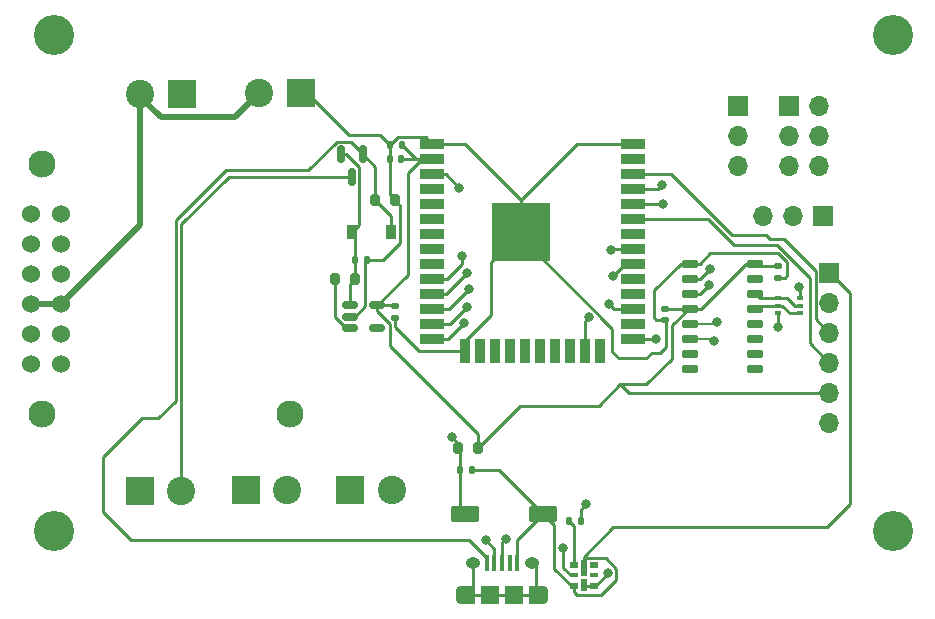
<source format=gbr>
%TF.GenerationSoftware,KiCad,Pcbnew,(6.0.0-0)*%
%TF.CreationDate,2022-09-01T13:13:11-04:00*%
%TF.ProjectId,Dome_Controller,446f6d65-5f43-46f6-9e74-726f6c6c6572,rev?*%
%TF.SameCoordinates,Original*%
%TF.FileFunction,Copper,L1,Top*%
%TF.FilePolarity,Positive*%
%FSLAX46Y46*%
G04 Gerber Fmt 4.6, Leading zero omitted, Abs format (unit mm)*
G04 Created by KiCad (PCBNEW (6.0.0-0)) date 2022-09-01 13:13:11*
%MOMM*%
%LPD*%
G01*
G04 APERTURE LIST*
G04 Aperture macros list*
%AMRoundRect*
0 Rectangle with rounded corners*
0 $1 Rounding radius*
0 $2 $3 $4 $5 $6 $7 $8 $9 X,Y pos of 4 corners*
0 Add a 4 corners polygon primitive as box body*
4,1,4,$2,$3,$4,$5,$6,$7,$8,$9,$2,$3,0*
0 Add four circle primitives for the rounded corners*
1,1,$1+$1,$2,$3*
1,1,$1+$1,$4,$5*
1,1,$1+$1,$6,$7*
1,1,$1+$1,$8,$9*
0 Add four rect primitives between the rounded corners*
20,1,$1+$1,$2,$3,$4,$5,0*
20,1,$1+$1,$4,$5,$6,$7,0*
20,1,$1+$1,$6,$7,$8,$9,0*
20,1,$1+$1,$8,$9,$2,$3,0*%
G04 Aperture macros list end*
%TA.AperFunction,ComponentPad*%
%ADD10R,2.400000X2.400000*%
%TD*%
%TA.AperFunction,ComponentPad*%
%ADD11C,2.400000*%
%TD*%
%TA.AperFunction,SMDPad,CuDef*%
%ADD12RoundRect,0.140000X-0.170000X0.140000X-0.170000X-0.140000X0.170000X-0.140000X0.170000X0.140000X0*%
%TD*%
%TA.AperFunction,SMDPad,CuDef*%
%ADD13RoundRect,0.200000X-0.200000X-0.275000X0.200000X-0.275000X0.200000X0.275000X-0.200000X0.275000X0*%
%TD*%
%TA.AperFunction,SMDPad,CuDef*%
%ADD14R,0.400000X1.350000*%
%TD*%
%TA.AperFunction,SMDPad,CuDef*%
%ADD15R,1.500000X1.550000*%
%TD*%
%TA.AperFunction,ComponentPad*%
%ADD16O,0.890000X1.550000*%
%TD*%
%TA.AperFunction,ComponentPad*%
%ADD17O,1.250000X0.950000*%
%TD*%
%TA.AperFunction,SMDPad,CuDef*%
%ADD18R,1.200000X1.550000*%
%TD*%
%TA.AperFunction,SMDPad,CuDef*%
%ADD19R,2.000000X0.900000*%
%TD*%
%TA.AperFunction,SMDPad,CuDef*%
%ADD20R,0.900000X2.000000*%
%TD*%
%TA.AperFunction,SMDPad,CuDef*%
%ADD21R,5.000000X5.000000*%
%TD*%
%TA.AperFunction,SMDPad,CuDef*%
%ADD22RoundRect,0.140000X0.140000X0.170000X-0.140000X0.170000X-0.140000X-0.170000X0.140000X-0.170000X0*%
%TD*%
%TA.AperFunction,SMDPad,CuDef*%
%ADD23RoundRect,0.083990X-1.126010X-0.556010X1.126010X-0.556010X1.126010X0.556010X-1.126010X0.556010X0*%
%TD*%
%TA.AperFunction,SMDPad,CuDef*%
%ADD24R,0.914400X1.219200*%
%TD*%
%TA.AperFunction,WasherPad*%
%ADD25C,3.400000*%
%TD*%
%TA.AperFunction,ComponentPad*%
%ADD26R,1.700000X1.700000*%
%TD*%
%TA.AperFunction,ComponentPad*%
%ADD27O,1.700000X1.700000*%
%TD*%
%TA.AperFunction,SMDPad,CuDef*%
%ADD28RoundRect,0.150000X-0.150000X0.587500X-0.150000X-0.587500X0.150000X-0.587500X0.150000X0.587500X0*%
%TD*%
%TA.AperFunction,SMDPad,CuDef*%
%ADD29R,0.800000X0.500000*%
%TD*%
%TA.AperFunction,SMDPad,CuDef*%
%ADD30R,0.500000X1.000000*%
%TD*%
%TA.AperFunction,SMDPad,CuDef*%
%ADD31R,0.800000X0.300000*%
%TD*%
%TA.AperFunction,SMDPad,CuDef*%
%ADD32R,0.500000X1.480000*%
%TD*%
%TA.AperFunction,ComponentPad*%
%ADD33C,1.524000*%
%TD*%
%TA.AperFunction,ComponentPad*%
%ADD34C,2.300000*%
%TD*%
%TA.AperFunction,SMDPad,CuDef*%
%ADD35RoundRect,0.135000X-0.135000X-0.185000X0.135000X-0.185000X0.135000X0.185000X-0.135000X0.185000X0*%
%TD*%
%TA.AperFunction,SMDPad,CuDef*%
%ADD36RoundRect,0.140000X-0.140000X-0.170000X0.140000X-0.170000X0.140000X0.170000X-0.140000X0.170000X0*%
%TD*%
%TA.AperFunction,SMDPad,CuDef*%
%ADD37R,0.500000X0.300000*%
%TD*%
%TA.AperFunction,SMDPad,CuDef*%
%ADD38RoundRect,0.049600X-0.605400X-0.260400X0.605400X-0.260400X0.605400X0.260400X-0.605400X0.260400X0*%
%TD*%
%TA.AperFunction,SMDPad,CuDef*%
%ADD39RoundRect,0.150000X-0.512500X-0.150000X0.512500X-0.150000X0.512500X0.150000X-0.512500X0.150000X0*%
%TD*%
%TA.AperFunction,SMDPad,CuDef*%
%ADD40RoundRect,0.200000X0.200000X0.275000X-0.200000X0.275000X-0.200000X-0.275000X0.200000X-0.275000X0*%
%TD*%
%TA.AperFunction,ViaPad*%
%ADD41C,0.800000*%
%TD*%
%TA.AperFunction,Conductor*%
%ADD42C,0.254000*%
%TD*%
%TA.AperFunction,Conductor*%
%ADD43C,0.250000*%
%TD*%
%TA.AperFunction,Conductor*%
%ADD44C,0.200000*%
%TD*%
%TA.AperFunction,Conductor*%
%ADD45C,0.500000*%
%TD*%
G04 APERTURE END LIST*
D10*
%TO.P,J5,1,Pin_1*%
%TO.N,GND*%
X87780000Y-66000000D03*
D11*
%TO.P,J5,2,Pin_2*%
%TO.N,+12V*%
X84280000Y-66000000D03*
%TD*%
D12*
%TO.P,C4,1*%
%TO.N,+3.3V*%
X138220000Y-80620000D03*
%TO.P,C4,2*%
%TO.N,GND*%
X138220000Y-81580000D03*
%TD*%
D10*
%TO.P,J8,1,Pin_1*%
%TO.N,GND*%
X93190000Y-99570000D03*
D11*
%TO.P,J8,2,Pin_2*%
%TO.N,+5V*%
X96690000Y-99570000D03*
%TD*%
D13*
%TO.P,R2,1*%
%TO.N,VBUS*%
X104165000Y-75030000D03*
%TO.P,R2,2*%
%TO.N,GND*%
X105815000Y-75030000D03*
%TD*%
%TO.P,R3,1*%
%TO.N,Net-(R3-Pad1)*%
X100755000Y-81700000D03*
%TO.P,R3,2*%
%TO.N,VIN*%
X102405000Y-81700000D03*
%TD*%
D14*
%TO.P,J1,1,VBUS*%
%TO.N,VBUS*%
X113600000Y-105750000D03*
%TO.P,J1,2,D-*%
%TO.N,D-*%
X114250000Y-105750000D03*
%TO.P,J1,3,D+*%
%TO.N,D+*%
X114900000Y-105750000D03*
%TO.P,J1,4,ID*%
%TO.N,unconnected-(J1-Pad4)*%
X115550000Y-105750000D03*
%TO.P,J1,5,GND*%
%TO.N,GND*%
X116200000Y-105750000D03*
D15*
%TO.P,J1,6,Shield*%
%TO.N,unconnected-(J1-Pad6)*%
X115900000Y-108450000D03*
D16*
X118400000Y-108450000D03*
D17*
X117400000Y-105750000D03*
D18*
X112000000Y-108450000D03*
D17*
X112400000Y-105750000D03*
D18*
X117800000Y-108450000D03*
D15*
X113900000Y-108450000D03*
D16*
X111400000Y-108450000D03*
%TD*%
D19*
%TO.P,U1,1,GND*%
%TO.N,GND*%
X108980000Y-70245000D03*
%TO.P,U1,2,3V3*%
%TO.N,+3.3V*%
X108980000Y-71515000D03*
%TO.P,U1,3,EN*%
%TO.N,RESET*%
X108980000Y-72785000D03*
%TO.P,U1,4,SENSOR_VP*%
%TO.N,unconnected-(U1-Pad4)*%
X108980000Y-74055000D03*
%TO.P,U1,5,SENSOR_VN*%
%TO.N,unconnected-(U1-Pad5)*%
X108980000Y-75325000D03*
%TO.P,U1,6,IO34*%
%TO.N,unconnected-(U1-Pad6)*%
X108980000Y-76595000D03*
%TO.P,U1,7,IO35*%
%TO.N,unconnected-(U1-Pad7)*%
X108980000Y-77865000D03*
%TO.P,U1,8,IO32*%
%TO.N,unconnected-(U1-Pad8)*%
X108980000Y-79135000D03*
%TO.P,U1,9,IO33*%
%TO.N,unconnected-(U1-Pad9)*%
X108980000Y-80405000D03*
%TO.P,U1,10,IO25*%
%TO.N,RX_RS*%
X108980000Y-81675000D03*
%TO.P,U1,11,IO26*%
%TO.N,TX_RS*%
X108980000Y-82945000D03*
%TO.P,U1,12,IO27*%
%TO.N,CL_D*%
X108980000Y-84215000D03*
%TO.P,U1,13,IO14*%
%TO.N,TX_FU*%
X108980000Y-85485000D03*
%TO.P,U1,14,IO12*%
%TO.N,RX_FU*%
X108980000Y-86755000D03*
D20*
%TO.P,U1,15,GND*%
%TO.N,GND*%
X111765000Y-87755000D03*
%TO.P,U1,16,IO13*%
%TO.N,unconnected-(U1-Pad16)*%
X113035000Y-87755000D03*
%TO.P,U1,17,SD2*%
%TO.N,unconnected-(U1-Pad17)*%
X114305000Y-87755000D03*
%TO.P,U1,18,SD3*%
%TO.N,unconnected-(U1-Pad18)*%
X115575000Y-87755000D03*
%TO.P,U1,19,CMD*%
%TO.N,unconnected-(U1-Pad19)*%
X116845000Y-87755000D03*
%TO.P,U1,20,CLK*%
%TO.N,unconnected-(U1-Pad20)*%
X118115000Y-87755000D03*
%TO.P,U1,21,SD0*%
%TO.N,unconnected-(U1-Pad21)*%
X119385000Y-87755000D03*
%TO.P,U1,22,SD1*%
%TO.N,unconnected-(U1-Pad22)*%
X120655000Y-87755000D03*
%TO.P,U1,23,IO15*%
%TO.N,RX_HP*%
X121925000Y-87755000D03*
%TO.P,U1,24,IO2*%
%TO.N,unconnected-(U1-Pad24)*%
X123195000Y-87755000D03*
D19*
%TO.P,U1,25,IO0*%
%TO.N,GPIO0*%
X125980000Y-86755000D03*
%TO.P,U1,26,IO4*%
%TO.N,unconnected-(U1-Pad26)*%
X125980000Y-85485000D03*
%TO.P,U1,27,IO16*%
%TO.N,TX_HP*%
X125980000Y-84215000D03*
%TO.P,U1,28,IO17*%
%TO.N,unconnected-(U1-Pad28)*%
X125980000Y-82945000D03*
%TO.P,U1,29,IO5*%
%TO.N,unconnected-(U1-Pad29)*%
X125980000Y-81675000D03*
%TO.P,U1,30,IO18*%
%TO.N,ST_LED_D*%
X125980000Y-80405000D03*
%TO.P,U1,31,IO19*%
%TO.N,ST_LED_C*%
X125980000Y-79135000D03*
%TO.P,U1,32,NC*%
%TO.N,unconnected-(U1-Pad32)*%
X125980000Y-77865000D03*
%TO.P,U1,33,IO21*%
%TO.N,SDA*%
X125980000Y-76595000D03*
%TO.P,U1,34,RXD0*%
%TO.N,TXD0*%
X125980000Y-75325000D03*
%TO.P,U1,35,TXD0*%
%TO.N,RXD0*%
X125980000Y-74055000D03*
%TO.P,U1,36,IO22*%
%TO.N,SCL*%
X125980000Y-72785000D03*
%TO.P,U1,37,IO23*%
%TO.N,unconnected-(U1-Pad37)*%
X125980000Y-71515000D03*
%TO.P,U1,38,GND*%
%TO.N,GND*%
X125980000Y-70245000D03*
D21*
%TO.P,U1,39,GND*%
X116480000Y-77745000D03*
%TD*%
D22*
%TO.P,C3,1*%
%TO.N,+3.3V*%
X106350000Y-71550000D03*
%TO.P,C3,2*%
%TO.N,GND*%
X105390000Y-71550000D03*
%TD*%
%TO.P,C5,1*%
%TO.N,GND*%
X103440000Y-80110000D03*
%TO.P,C5,2*%
%TO.N,VIN*%
X102480000Y-80110000D03*
%TD*%
D10*
%TO.P,J9,1,Pin_1*%
%TO.N,GND*%
X102060000Y-99570000D03*
D11*
%TO.P,J9,2,Pin_2*%
%TO.N,+5V*%
X105560000Y-99570000D03*
%TD*%
D22*
%TO.P,C2,1*%
%TO.N,+3.3V*%
X106390000Y-70320000D03*
%TO.P,C2,2*%
%TO.N,GND*%
X105430000Y-70320000D03*
%TD*%
D23*
%TO.P,SW1,1,1*%
%TO.N,GND*%
X118375000Y-101600000D03*
%TO.P,SW1,2,2*%
%TO.N,RESET*%
X111795000Y-101600000D03*
%TD*%
D12*
%TO.P,C7,1*%
%TO.N,+3.3V*%
X105870000Y-83990000D03*
%TO.P,C7,2*%
%TO.N,GND*%
X105870000Y-84950000D03*
%TD*%
D24*
%TO.P,CR1,A,A*%
%TO.N,VBUS*%
X105476800Y-77738500D03*
%TO.P,CR1,C,C*%
%TO.N,VIN*%
X102200200Y-77738500D03*
%TD*%
D25*
%TO.P,REF\u002A\u002A,*%
%TO.N,*%
X77000000Y-61000000D03*
%TD*%
D26*
%TO.P,J3,1,Pin_1*%
%TO.N,GND*%
X139210000Y-67040000D03*
D27*
%TO.P,J3,2,Pin_2*%
X141750000Y-67040000D03*
%TO.P,J3,3,Pin_3*%
%TO.N,RX_RS*%
X139210000Y-69580000D03*
%TO.P,J3,4,Pin_4*%
%TO.N,RX_HP*%
X141750000Y-69580000D03*
%TO.P,J3,5,Pin_5*%
%TO.N,TX_RS*%
X139210000Y-72120000D03*
%TO.P,J3,6,Pin_6*%
%TO.N,TX_HP*%
X141750000Y-72120000D03*
%TD*%
D28*
%TO.P,U2,1,1*%
%TO.N,VBUS*%
X103130000Y-71142500D03*
%TO.P,U2,2,2*%
%TO.N,VIN*%
X101230000Y-71142500D03*
%TO.P,U2,3,3*%
%TO.N,+5V*%
X102180000Y-73017500D03*
%TD*%
D25*
%TO.P,REF\u002A\u002A,*%
%TO.N,*%
X77000000Y-103000000D03*
%TD*%
D26*
%TO.P,J2,1,Pin_1*%
%TO.N,GND*%
X142610000Y-81150000D03*
D27*
%TO.P,J2,2,Pin_2*%
%TO.N,unconnected-(J2-Pad2)*%
X142610000Y-83690000D03*
%TO.P,J2,3,Pin_3*%
%TO.N,SCL*%
X142610000Y-86230000D03*
%TO.P,J2,4,Pin_4*%
%TO.N,SDA*%
X142610000Y-88770000D03*
%TO.P,J2,5,Pin_5*%
%TO.N,+3.3V*%
X142610000Y-91310000D03*
%TO.P,J2,6,Pin_6*%
%TO.N,+5V*%
X142610000Y-93850000D03*
%TD*%
D12*
%TO.P,C6,1*%
%TO.N,+3.3V*%
X128680000Y-84190000D03*
%TO.P,C6,2*%
%TO.N,GND*%
X128680000Y-85150000D03*
%TD*%
D29*
%TO.P,D1,1,VDD*%
%TO.N,+3.3V*%
X122650000Y-107670000D03*
D30*
X121800000Y-107600000D03*
D31*
%TO.P,D1,2,CKO*%
%TO.N,unconnected-(D1-Pad2)*%
X122650000Y-106770000D03*
D29*
%TO.P,D1,3,SDO*%
%TO.N,unconnected-(D1-Pad3)*%
X122650000Y-105870000D03*
%TO.P,D1,4,SDI*%
%TO.N,Net-(D1-Pad4)*%
X120950000Y-105870000D03*
D31*
%TO.P,D1,5,CKI*%
%TO.N,ST_LED_C*%
X120950000Y-106770000D03*
D32*
%TO.P,D1,6,GND*%
%TO.N,GND*%
X121800000Y-106180000D03*
D29*
X120950000Y-107670000D03*
%TD*%
D25*
%TO.P,REF\u002A\u002A,*%
%TO.N,*%
X148000000Y-103000000D03*
%TD*%
D26*
%TO.P,J4,1,Pin_1*%
%TO.N,GND*%
X142050000Y-76320000D03*
D27*
%TO.P,J4,2,Pin_2*%
%TO.N,+5V*%
X139510000Y-76320000D03*
%TO.P,J4,3,Pin_3*%
%TO.N,CL_D*%
X136970000Y-76320000D03*
%TD*%
D25*
%TO.P,REF\u002A\u002A,*%
%TO.N,*%
X148000000Y-61000000D03*
%TD*%
D26*
%TO.P,J10,1,Pin_1*%
%TO.N,GND*%
X134870000Y-67020000D03*
D27*
%TO.P,J10,2,Pin_2*%
%TO.N,RX_FU*%
X134870000Y-69560000D03*
%TO.P,J10,3,Pin_3*%
%TO.N,TX_FU*%
X134870000Y-72100000D03*
%TD*%
D10*
%TO.P,J7,1,Pin_1*%
%TO.N,GND*%
X84230000Y-99650000D03*
D11*
%TO.P,J7,2,Pin_2*%
%TO.N,+5V*%
X87730000Y-99650000D03*
%TD*%
D33*
%TO.P,U6,1,VOUT*%
%TO.N,+5V*%
X75035000Y-76185000D03*
%TO.P,U6,2,GND*%
%TO.N,GND*%
X75035000Y-78725000D03*
%TO.P,U6,3,GND*%
X75035000Y-81265000D03*
%TO.P,U6,4,VIN*%
%TO.N,+12V*%
X75035000Y-83805000D03*
%TO.P,U6,5,VRP*%
%TO.N,unconnected-(U6-Pad5)*%
X75035000Y-86345000D03*
%TO.P,U6,6,EN*%
%TO.N,unconnected-(U6-Pad6)*%
X75035000Y-88885000D03*
%TO.P,U6,7,PG*%
%TO.N,unconnected-(U6-Pad7)*%
X77575000Y-88885000D03*
%TO.P,U6,8,VRP*%
%TO.N,unconnected-(U6-Pad8)*%
X77575000Y-86345000D03*
%TO.P,U6,9,VIN*%
%TO.N,+12V*%
X77575000Y-83805000D03*
%TO.P,U6,10,GND*%
%TO.N,GND*%
X77575000Y-81265000D03*
%TO.P,U6,11,GND*%
X77575000Y-78725000D03*
%TO.P,U6,12,VOUT*%
%TO.N,+5V*%
X77575000Y-76185000D03*
D34*
%TO.P,U6,13*%
%TO.N,N/C*%
X75965000Y-71935000D03*
%TO.P,U6,14*%
X75965000Y-93135000D03*
%TO.P,U6,15*%
X96965000Y-93135000D03*
%TD*%
D35*
%TO.P,R4,1*%
%TO.N,Net-(D1-Pad4)*%
X120550000Y-102200000D03*
%TO.P,R4,2*%
%TO.N,ST_LED_D*%
X121570000Y-102200000D03*
%TD*%
D36*
%TO.P,C1,1*%
%TO.N,RESET*%
X111350000Y-97870000D03*
%TO.P,C1,2*%
%TO.N,GND*%
X112310000Y-97870000D03*
%TD*%
D37*
%TO.P,U5,1*%
%TO.N,RTS*%
X138230000Y-83295800D03*
%TO.P,U5,2*%
%TO.N,DTR*%
X138230000Y-83945800D03*
%TO.P,U5,3*%
%TO.N,GPIO0*%
X138230000Y-84595800D03*
%TO.P,U5,4*%
%TO.N,DTR*%
X140080000Y-84595800D03*
%TO.P,U5,5*%
%TO.N,RTS*%
X140080000Y-83945800D03*
%TO.P,U5,6*%
%TO.N,RESET*%
X140080000Y-83295800D03*
%TD*%
D38*
%TO.P,U4,1,GND*%
%TO.N,GND*%
X130845000Y-80395000D03*
%TO.P,U4,2,TXD*%
%TO.N,RXD0*%
X130845000Y-81665000D03*
%TO.P,U4,3,RXD*%
%TO.N,TXD0*%
X130845000Y-82935000D03*
%TO.P,U4,4,V3*%
%TO.N,+3.3V*%
X130845000Y-84205000D03*
%TO.P,U4,5,UD+*%
%TO.N,D+*%
X130845000Y-85475000D03*
%TO.P,U4,6,UD-*%
%TO.N,D-*%
X130845000Y-86745000D03*
%TO.P,U4,7,NC.*%
%TO.N,unconnected-(U4-Pad7)*%
X130845000Y-88015000D03*
%TO.P,U4,8,~{OUT}*%
%TO.N,unconnected-(U4-Pad8)*%
X130845000Y-89285000D03*
%TO.P,U4,9,~{CTS}*%
%TO.N,unconnected-(U4-Pad9)*%
X136345000Y-89285000D03*
%TO.P,U4,10,~{DSR}*%
%TO.N,unconnected-(U4-Pad10)*%
X136345000Y-88015000D03*
%TO.P,U4,11,~{RI}*%
%TO.N,unconnected-(U4-Pad11)*%
X136345000Y-86745000D03*
%TO.P,U4,12,~{DCD}*%
%TO.N,unconnected-(U4-Pad12)*%
X136345000Y-85475000D03*
%TO.P,U4,13,~{DTR}*%
%TO.N,DTR*%
X136345000Y-84205000D03*
%TO.P,U4,14,~{RTS}*%
%TO.N,RTS*%
X136345000Y-82935000D03*
%TO.P,U4,15,R232*%
%TO.N,unconnected-(U4-Pad15)*%
X136345000Y-81665000D03*
%TO.P,U4,16,VCC*%
%TO.N,+3.3V*%
X136345000Y-80395000D03*
%TD*%
D10*
%TO.P,J6,1,Pin_1*%
%TO.N,GND*%
X97850000Y-65930000D03*
D11*
%TO.P,J6,2,Pin_2*%
%TO.N,+12V*%
X94350000Y-65930000D03*
%TD*%
D39*
%TO.P,U3,1,VIN*%
%TO.N,VIN*%
X102032500Y-83920000D03*
%TO.P,U3,2,VSS*%
%TO.N,GND*%
X102032500Y-84870000D03*
%TO.P,U3,3,CE*%
%TO.N,Net-(R3-Pad1)*%
X102032500Y-85820000D03*
%TO.P,U3,4,NC*%
%TO.N,unconnected-(U3-Pad4)*%
X104307500Y-85820000D03*
%TO.P,U3,5,VOUT*%
%TO.N,+3.3V*%
X104307500Y-83920000D03*
%TD*%
D40*
%TO.P,R1,1*%
%TO.N,+3.3V*%
X112855000Y-96010000D03*
%TO.P,R1,2*%
%TO.N,RESET*%
X111205000Y-96010000D03*
%TD*%
D41*
%TO.N,RX_FU*%
X111650000Y-85410000D03*
%TO.N,+3.3V*%
X123830000Y-106580000D03*
%TO.N,ST_LED_C*%
X124110000Y-79210000D03*
X120060000Y-104480000D03*
%TO.N,D-*%
X132870000Y-86910000D03*
X113545000Y-103815000D03*
%TO.N,D+*%
X133110000Y-85340000D03*
X115200000Y-103660000D03*
%TO.N,RX_RS*%
X111490000Y-79760000D03*
%TO.N,RX_HP*%
X122220000Y-84920000D03*
%TO.N,TX_RS*%
X111890000Y-81220000D03*
%TO.N,TX_HP*%
X123940000Y-83780000D03*
%TO.N,CL_D*%
X112090000Y-82520000D03*
%TO.N,ST_LED_D*%
X124270000Y-81410000D03*
X122020000Y-100770000D03*
%TO.N,TX_FU*%
X111960000Y-84020000D03*
%TO.N,GPIO0*%
X127970000Y-86730000D03*
X138230000Y-85740000D03*
%TO.N,TXD0*%
X128480000Y-75350000D03*
X132412337Y-82183784D03*
%TO.N,RXD0*%
X132480000Y-80810000D03*
X128400000Y-73720000D03*
%TO.N,RESET*%
X110635000Y-95045000D03*
X111280000Y-73950000D03*
X140055000Y-82385000D03*
%TD*%
D42*
%TO.N,RX_FU*%
X108980000Y-86755000D02*
X110305000Y-86755000D01*
X110305000Y-86755000D02*
X111650000Y-85410000D01*
D43*
%TO.N,GND*%
X128220000Y-87920000D02*
X128250000Y-87950000D01*
D42*
X138270000Y-79520000D02*
X139020000Y-80270000D01*
X123303489Y-108426511D02*
X121223489Y-108426511D01*
X108418480Y-69683480D02*
X108980000Y-70245000D01*
D43*
X116480000Y-77745000D02*
X113940000Y-80285000D01*
X116480000Y-77745000D02*
X116480000Y-78155386D01*
X104821122Y-80110000D02*
X106260000Y-78671122D01*
D42*
X105430000Y-70310000D02*
X106056520Y-69683480D01*
D43*
X116480000Y-74995000D02*
X111730000Y-70245000D01*
D42*
X130005000Y-80395000D02*
X130845000Y-80395000D01*
D43*
X105815000Y-75030000D02*
X105390000Y-74605000D01*
X116480000Y-77745000D02*
X116480000Y-74995000D01*
X102032500Y-84870000D02*
X102416072Y-84870000D01*
X103440000Y-80110000D02*
X104821122Y-80110000D01*
D42*
X119330000Y-102555000D02*
X118375000Y-101600000D01*
X118375000Y-101600000D02*
X116200000Y-103775000D01*
X124560000Y-107170000D02*
X123303489Y-108426511D01*
D43*
X124230000Y-87830000D02*
X124790000Y-88390000D01*
X127110000Y-88390000D02*
X127580000Y-87920000D01*
X121230000Y-70245000D02*
X125980000Y-70245000D01*
X116480000Y-74995000D02*
X121230000Y-70245000D01*
X128250000Y-87950000D02*
X128750000Y-87450000D01*
X127580000Y-87920000D02*
X128220000Y-87920000D01*
X108640480Y-69905480D02*
X108980000Y-70245000D01*
X113940000Y-84750978D02*
X111765000Y-86925978D01*
X105870000Y-85744022D02*
X107880978Y-87755000D01*
X124230000Y-85905386D02*
X124230000Y-87830000D01*
D42*
X123400000Y-105270000D02*
X123460000Y-105330000D01*
D43*
X124790000Y-88390000D02*
X127110000Y-88390000D01*
D42*
X142370000Y-102700000D02*
X144350000Y-100720000D01*
X124286000Y-102700000D02*
X142370000Y-102700000D01*
X97820000Y-65080000D02*
X97820000Y-65360000D01*
D43*
X113940000Y-80285000D02*
X113940000Y-84750978D01*
X103320480Y-80229520D02*
X103440000Y-80110000D01*
X111730000Y-70245000D02*
X108980000Y-70245000D01*
X105870000Y-84950000D02*
X105870000Y-85744022D01*
D42*
X121800000Y-105416978D02*
X121946978Y-105270000D01*
D43*
X107880978Y-87755000D02*
X111765000Y-87755000D01*
D42*
X130845000Y-80395000D02*
X131655000Y-80395000D01*
X121800000Y-105186000D02*
X124286000Y-102700000D01*
X128680000Y-85150000D02*
X127970000Y-85150000D01*
X144350000Y-82840000D02*
X142660000Y-81150000D01*
X123460000Y-105330000D02*
X123660000Y-105330000D01*
X106056520Y-69683480D02*
X108418480Y-69683480D01*
X127760000Y-84940000D02*
X127760000Y-82640000D01*
X142660000Y-81150000D02*
X142610000Y-81150000D01*
X132530000Y-79520000D02*
X138270000Y-79520000D01*
X138830000Y-81580000D02*
X138220000Y-81580000D01*
X114645000Y-97870000D02*
X118375000Y-101600000D01*
X119330000Y-106200000D02*
X119330000Y-102555000D01*
X124560000Y-106230000D02*
X124560000Y-107170000D01*
D43*
X128750000Y-87450000D02*
X128750000Y-85450000D01*
D42*
X139020000Y-80270000D02*
X139020000Y-81390000D01*
X97820000Y-65360000D02*
X101930000Y-69470000D01*
X121946978Y-105270000D02*
X123400000Y-105270000D01*
X120950000Y-108153022D02*
X120950000Y-107670000D01*
D43*
X103320480Y-83965592D02*
X103320480Y-80229520D01*
D42*
X120800000Y-107670000D02*
X119330000Y-106200000D01*
D43*
X116480000Y-78155386D02*
X124230000Y-85905386D01*
D42*
X105430000Y-70320000D02*
X105430000Y-70310000D01*
D43*
X105390000Y-74605000D02*
X105390000Y-71550000D01*
D42*
X121800000Y-106180000D02*
X121800000Y-105416978D01*
X127970000Y-85150000D02*
X127760000Y-84940000D01*
X144350000Y-100720000D02*
X144350000Y-82840000D01*
X105430000Y-70320000D02*
X105430000Y-71510000D01*
X104580000Y-69470000D02*
X105430000Y-70320000D01*
X112310000Y-97870000D02*
X114645000Y-97870000D01*
X127760000Y-82640000D02*
X130005000Y-80395000D01*
X116200000Y-103775000D02*
X116200000Y-105750000D01*
X131655000Y-80395000D02*
X132530000Y-79520000D01*
X120950000Y-107670000D02*
X120800000Y-107670000D01*
D43*
X111765000Y-86925978D02*
X111765000Y-87755000D01*
X106260000Y-78671122D02*
X106260000Y-75475000D01*
D42*
X123660000Y-105330000D02*
X124560000Y-106230000D01*
X121800000Y-106180000D02*
X121800000Y-105186000D01*
X101930000Y-69470000D02*
X104580000Y-69470000D01*
X121223489Y-108426511D02*
X120950000Y-108153022D01*
D43*
X106260000Y-75475000D02*
X105815000Y-75030000D01*
D42*
X139020000Y-81390000D02*
X138830000Y-81580000D01*
X105430000Y-71510000D02*
X105390000Y-71550000D01*
D43*
X102416072Y-84870000D02*
X103320480Y-83965592D01*
%TO.N,+3.3V*%
X116425000Y-92440000D02*
X123070000Y-92440000D01*
X105420480Y-85467410D02*
X105420480Y-87340480D01*
X106920000Y-72745978D02*
X106920000Y-81307500D01*
X106920000Y-81307500D02*
X104307500Y-83920000D01*
X131735000Y-84205000D02*
X135545000Y-80395000D01*
X108150978Y-71515000D02*
X106920000Y-72745978D01*
X104307500Y-83920000D02*
X104307500Y-84354430D01*
D42*
X128680000Y-84190000D02*
X130830000Y-84190000D01*
X121870000Y-107670000D02*
X121800000Y-107600000D01*
D43*
X130685089Y-84205000D02*
X130845000Y-84205000D01*
X108980000Y-71515000D02*
X106385000Y-71515000D01*
X108980000Y-71515000D02*
X108150978Y-71515000D01*
X105420480Y-87340480D02*
X112855000Y-94775000D01*
D42*
X130830000Y-84190000D02*
X130845000Y-84205000D01*
D43*
X135545000Y-80395000D02*
X136345000Y-80395000D01*
X104307500Y-84354430D02*
X105420480Y-85467410D01*
X124900000Y-90610000D02*
X127110000Y-90610000D01*
X107585000Y-71515000D02*
X106390000Y-70320000D01*
X129300000Y-85590089D02*
X130685089Y-84205000D01*
X104307500Y-83920000D02*
X105800000Y-83920000D01*
X125600000Y-91310000D02*
X142610000Y-91310000D01*
X129300000Y-88420000D02*
X129300000Y-85590089D01*
D42*
X138220000Y-80620000D02*
X136570000Y-80620000D01*
D43*
X123070000Y-92440000D02*
X124900000Y-90610000D01*
D42*
X122650000Y-107670000D02*
X122800000Y-107670000D01*
X136570000Y-80620000D02*
X136345000Y-80395000D01*
X123830000Y-106640000D02*
X123830000Y-106580000D01*
X122800000Y-107670000D02*
X123830000Y-106640000D01*
D43*
X108980000Y-71515000D02*
X107585000Y-71515000D01*
X124900000Y-90610000D02*
X125600000Y-91310000D01*
X105800000Y-83920000D02*
X105870000Y-83990000D01*
X112855000Y-96010000D02*
X116425000Y-92440000D01*
X127110000Y-90610000D02*
X129300000Y-88420000D01*
X106385000Y-71515000D02*
X106350000Y-71550000D01*
D42*
X122650000Y-107670000D02*
X121870000Y-107670000D01*
D43*
X112855000Y-94775000D02*
X112855000Y-96010000D01*
X130845000Y-84205000D02*
X131735000Y-84205000D01*
%TO.N,VIN*%
X101230000Y-71142500D02*
X101721428Y-71142500D01*
X102405000Y-80185000D02*
X102480000Y-80110000D01*
X102804520Y-72225592D02*
X102804520Y-77134180D01*
X101721428Y-71142500D02*
X102804520Y-72225592D01*
X102480000Y-78018300D02*
X102200200Y-77738500D01*
X102804520Y-77134180D02*
X102200200Y-77738500D01*
X102032500Y-82072500D02*
X102405000Y-81700000D01*
X102405000Y-81700000D02*
X102405000Y-80185000D01*
X102480000Y-80110000D02*
X102480000Y-78018300D01*
X102032500Y-83920000D02*
X102032500Y-82072500D01*
D42*
%TO.N,VBUS*%
X98491099Y-72470000D02*
X100882619Y-70078480D01*
D43*
X104165000Y-72177500D02*
X104165000Y-75030000D01*
D42*
X87276480Y-91993520D02*
X87276480Y-76733520D01*
X84410000Y-93480000D02*
X85790000Y-93480000D01*
X112105000Y-103780000D02*
X83440000Y-103780000D01*
X85790000Y-93480000D02*
X87276480Y-91993520D01*
D43*
X104165000Y-75030000D02*
X105476800Y-76341800D01*
D42*
X87276480Y-76733520D02*
X91540000Y-72470000D01*
X113600000Y-105750000D02*
X113600000Y-105275000D01*
X81090000Y-96800000D02*
X84410000Y-93480000D01*
X81090000Y-101430000D02*
X81090000Y-96800000D01*
X91540000Y-72470000D02*
X98491099Y-72470000D01*
D43*
X102067980Y-70080480D02*
X103130000Y-71142500D01*
D42*
X113600000Y-105275000D02*
X112105000Y-103780000D01*
D43*
X103130000Y-71142500D02*
X104165000Y-72177500D01*
X100883448Y-70080480D02*
X102067980Y-70080480D01*
X105476800Y-76341800D02*
X105476800Y-77738500D01*
D42*
X83440000Y-103780000D02*
X81090000Y-101430000D01*
%TO.N,ST_LED_C*%
X124185000Y-79135000D02*
X124110000Y-79210000D01*
X120700000Y-106770000D02*
X120060000Y-106130000D01*
X120950000Y-106770000D02*
X120700000Y-106770000D01*
X125980000Y-79135000D02*
X124185000Y-79135000D01*
X120060000Y-106130000D02*
X120060000Y-104480000D01*
%TO.N,Net-(D1-Pad4)*%
X120550000Y-102200000D02*
X120950000Y-102600000D01*
X120950000Y-102600000D02*
X120950000Y-105870000D01*
%TO.N,D-*%
X114250000Y-105750000D02*
X114250000Y-104520000D01*
D44*
X132705000Y-86745000D02*
X132870000Y-86910000D01*
D42*
X114250000Y-104520000D02*
X113545000Y-103815000D01*
D44*
X130845000Y-86745000D02*
X132705000Y-86745000D01*
D42*
X113545000Y-103815000D02*
X113540000Y-103810000D01*
D44*
%TO.N,D+*%
X130845000Y-85475000D02*
X132975000Y-85475000D01*
D42*
X114900000Y-103960000D02*
X115200000Y-103660000D01*
X114900000Y-105750000D02*
X114900000Y-103960000D01*
D44*
X132975000Y-85475000D02*
X133110000Y-85340000D01*
D42*
%TO.N,unconnected-(J1-Pad6)*%
X113900000Y-108450000D02*
X115900000Y-108450000D01*
X112400000Y-108050000D02*
X112000000Y-108450000D01*
X117800000Y-108450000D02*
X117800000Y-106150000D01*
X115900000Y-108450000D02*
X117800000Y-108450000D01*
X117800000Y-106150000D02*
X117400000Y-105750000D01*
X112400000Y-105750000D02*
X112400000Y-108050000D01*
X112000000Y-108450000D02*
X113900000Y-108450000D01*
%TO.N,SCL*%
X141433489Y-85053489D02*
X142610000Y-86230000D01*
X129185000Y-72785000D02*
X134350000Y-77950000D01*
X138780000Y-78320000D02*
X141433489Y-80973489D01*
X125980000Y-72785000D02*
X129185000Y-72785000D01*
X137220000Y-77950000D02*
X137590000Y-78320000D01*
X141433489Y-80973489D02*
X141433489Y-85053489D01*
X137590000Y-78320000D02*
X138780000Y-78320000D01*
X134350000Y-77950000D02*
X137220000Y-77950000D01*
%TO.N,SDA*%
X138183520Y-78773520D02*
X140979969Y-81569969D01*
X140979969Y-81569969D02*
X140979969Y-87139969D01*
X132353626Y-76595000D02*
X134532146Y-78773520D01*
X140979969Y-87139969D02*
X142610000Y-88770000D01*
X134532146Y-78773520D02*
X138183520Y-78773520D01*
X125980000Y-76595000D02*
X132353626Y-76595000D01*
%TO.N,+5V*%
X87730000Y-77030000D02*
X87730000Y-99650000D01*
X91742500Y-73017500D02*
X87730000Y-77030000D01*
X102180000Y-73017500D02*
X91742500Y-73017500D01*
%TO.N,RX_RS*%
X108980000Y-81675000D02*
X110234000Y-81675000D01*
X110234000Y-81675000D02*
X111490000Y-80419000D01*
X111490000Y-80419000D02*
X111490000Y-79760000D01*
%TO.N,RX_HP*%
X121925000Y-85215000D02*
X122220000Y-84920000D01*
X121925000Y-87755000D02*
X121925000Y-85215000D01*
%TO.N,TX_RS*%
X108980000Y-82945000D02*
X110165000Y-82945000D01*
X110165000Y-82945000D02*
X111890000Y-81220000D01*
%TO.N,TX_HP*%
X125980000Y-84215000D02*
X124375000Y-84215000D01*
X124375000Y-84215000D02*
X123940000Y-83780000D01*
%TO.N,CL_D*%
X110395000Y-84215000D02*
X112090000Y-82520000D01*
X108980000Y-84215000D02*
X110395000Y-84215000D01*
D43*
%TO.N,Net-(R3-Pad1)*%
X100755000Y-84926072D02*
X100755000Y-81700000D01*
X102032500Y-85820000D02*
X101648928Y-85820000D01*
X101648928Y-85820000D02*
X100755000Y-84926072D01*
D42*
%TO.N,ST_LED_D*%
X125275000Y-80405000D02*
X124270000Y-81410000D01*
X121570000Y-102200000D02*
X121570000Y-101220000D01*
X125980000Y-80405000D02*
X125275000Y-80405000D01*
X121570000Y-101220000D02*
X122020000Y-100770000D01*
%TO.N,TX_FU*%
X108980000Y-85485000D02*
X110495000Y-85485000D01*
X110495000Y-85485000D02*
X111960000Y-84020000D01*
%TO.N,GPIO0*%
X127845000Y-86755000D02*
X127970000Y-86730000D01*
X138230000Y-85740000D02*
X138240000Y-85750000D01*
X125980000Y-86755000D02*
X127845000Y-86755000D01*
X127970000Y-86730000D02*
X127860000Y-86740000D01*
X138230000Y-84595800D02*
X138230000Y-85740000D01*
%TO.N,TXD0*%
X131635000Y-82935000D02*
X132412337Y-82183784D01*
X125980000Y-75325000D02*
X128455000Y-75325000D01*
X132412337Y-82183784D02*
X132380000Y-82190000D01*
X130845000Y-82935000D02*
X131635000Y-82935000D01*
X128455000Y-75325000D02*
X128480000Y-75350000D01*
%TO.N,RXD0*%
X131625000Y-81665000D02*
X132480000Y-80810000D01*
X128400000Y-73720000D02*
X128410000Y-73710000D01*
X125980000Y-74055000D02*
X128065000Y-74055000D01*
X128065000Y-74055000D02*
X128400000Y-73720000D01*
X130845000Y-81665000D02*
X131625000Y-81665000D01*
%TO.N,DTR*%
X136604200Y-83945800D02*
X138230000Y-83945800D01*
X139283022Y-84595800D02*
X138633022Y-83945800D01*
X140080000Y-84595800D02*
X139283022Y-84595800D01*
X138633022Y-83945800D02*
X138230000Y-83945800D01*
X136345000Y-84205000D02*
X136604200Y-83945800D01*
%TO.N,RTS*%
X140080000Y-83945800D02*
X139685800Y-83945800D01*
X139685800Y-83945800D02*
X139035800Y-83295800D01*
X138230000Y-83295800D02*
X136705800Y-83295800D01*
X139035800Y-83295800D02*
X138230000Y-83295800D01*
X136705800Y-83295800D02*
X136345000Y-82935000D01*
%TO.N,RESET*%
X108980000Y-72785000D02*
X110115000Y-72785000D01*
X111795000Y-101600000D02*
X111350000Y-101155000D01*
X140080000Y-83295800D02*
X140080000Y-82410000D01*
X110115000Y-72785000D02*
X111280000Y-73950000D01*
X110635000Y-95045000D02*
X110620000Y-95030000D01*
X111205000Y-95615000D02*
X110635000Y-95045000D01*
X111350000Y-97870000D02*
X111350000Y-96155000D01*
X111280000Y-73950000D02*
X111290000Y-73960000D01*
X111205000Y-96010000D02*
X111205000Y-95615000D01*
X140080000Y-82410000D02*
X140055000Y-82385000D01*
X140055000Y-82385000D02*
X140030000Y-82360000D01*
X111350000Y-96155000D02*
X111205000Y-96010000D01*
X111350000Y-101155000D02*
X111350000Y-97870000D01*
D45*
%TO.N,+12V*%
X77575000Y-83805000D02*
X75035000Y-83805000D01*
X84250000Y-77130000D02*
X84250000Y-65150000D01*
X84250000Y-65150000D02*
X84250000Y-65410000D01*
X86030000Y-68010000D02*
X92270000Y-68010000D01*
X92270000Y-68010000D02*
X94350000Y-65930000D01*
X77575000Y-83805000D02*
X84250000Y-77130000D01*
X84280000Y-66260000D02*
X86030000Y-68010000D01*
%TD*%
M02*

</source>
